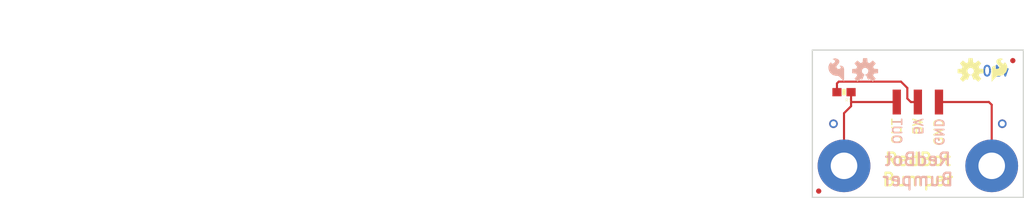
<source format=kicad_pcb>
(kicad_pcb (version 20211014) (generator pcbnew)
  (layers (0 "F.Cu" signal) (1 "In1.Cu" signal) (2 "In2.Cu" signal) (31 "B.Cu" signal) (34 "B.Paste" user) (35 "F.Paste" user) (36 "B.SilkS" user "B.Silkscreen") (37 "F.SilkS" user "F.Silkscreen") (38 "B.Mask" user) (39 "F.Mask" user) (44 "Edge.Cuts" user))
  (net 0 "")
  (net 1 "GND")
  (net 2 "5V")
  (net 3 "OUT")
  (net 4 "N$1")
  (net 5 "N$2")
  (footprint "boardEagle:0603-RES" (layer "F.Cu") (at 139.6111 101.1936 180)
    (fp_text reference "R1" (at -0.889 -0.762 180) (layer "F.SilkS") (effects (font (size 0.373888 0.373888) (thickness 0.032512)) (justify right top)))
    (fp_text value "10K")
    (fp_poly (pts (xy -0.2286 0.381) (xy 0.2286 0.381) (xy 0.2286 -0.381) (xy -0.2286 -0.381)) (layer "F.SilkS") (width 0) (fill solid))
    (pad "1" smd rect (at -0.85 0 180) (size 1.1 1) (layers "F.Cu" "F.Paste" "F.Mask") (net 3 "OUT"))
    (pad "2" smd rect (at 0.85 0 180) (size 1.1 1) (layers "F.Cu" "F.Paste" "F.Mask") (net 2 "5V"))
  )
  (footprint "boardEagle:CREATIVE_COMMONS" (layer "F.Cu") (at 58.3311 98.6536)
    (fp_text reference "FRAME1" hide)
    (fp_text value "FRAME-LETTER" hide)
  )
  (footprint "boardEagle:STANDOFF-ELECTRICAL" (layer "F.Cu") (at 157.3911 110.0836)
    (fp_text reference "S2" hide)
    (fp_text value "STANDOFF_ELECTRICAL" hide)
    (pad "P1" thru_hole circle (at 0 0) (size 6.35 6.35) (drill 3.2) (layers *.Cu *.Mask) (net 1 "GND"))
  )
  (footprint "boardEagle:SFE-LOGO-FLAME" (layer "F.Cu") (at 157.3911 99.9236)
    (fp_text reference "LOGO2" hide)
    (fp_text value "LOGO-SFESK" hide)
    (fp_poly (pts (xy 1.126002 -2.808203) (xy 1.215449 -2.785829) (xy 1.228477 -2.780783) (xy 1.240149 -2.774875) (xy 1.25686 -2.766576) (xy 1.275552 -2.759834) (xy 1.371694 -2.7026) (xy 1.3793 -2.7026) (xy 1.3793 -2.6772) (xy 1.306833 -2.6772) (xy 1.208418 -2.657914) (xy 1.074855 -2.495286) (xy 1.079365 -2.436825) (xy 1.12809 -2.341869) (xy 1.204666 -2.265196) (xy 1.294069 -2.200638) (xy 1.369348 -2.168824) (xy 1.450737 -2.171632) (xy 1.458864 -2.174186) (xy 1.466257 -2.177389) (xy 1.530514 -2.236956) (xy 1.5368 -2.259812) (xy 1.5368 -2.377938) (xy 1.763707 -2.148127) (xy 1.868186 -1.856841) (xy 1.871603 -1.856894) (xy 1.87806 -1.650435) (xy 1.848857 -1.45742) (xy 1.785308 -1.272842) (xy 1.6663 -1.061578) (xy 1.6663 -1.080581) (xy 1.378131 -0.80901) (xy 0.982239 -0.6985) (xy 0.753005 -0.6985) (xy 0.716201 -0.692046) (xy 0.681776 -0.679592) (xy 0.496322 -0.541784) (xy -0.0126 0.03091) (xy -0.0126 -1.52077) (xy 0.060004 -1.761967) (xy 0.168295 -1.865489) (xy 0.307122 -1.917522) (xy 0.4039 -1.925089) (xy 0.499384 -1.917623) (xy 0.55991 -1.908099) (xy 0.557788 -1.884433) (xy 0.522216 -1.885242) (xy 0.501784 -1.876141) (xy 0.420519 -1.817154) (xy 0.400722 -1.79067) (xy 0.390395 -1.7285) (xy 0.400905 -1.665229) (xy 0.421405 -1.625174) (xy 0.452343 -1.592685) (xy 0.546535 -1.54355) (xy 0.652229 -1.531742) (xy 0.742768 -1.550084) (xy 0.82422 -1.589656) (xy 0.92203 -1.754659) (xy 0.907706 -1.848844) (xy 0.850914 -1.930401) (xy 0.584707 -2.263237) (xy 0.561667 -2.510855) (xy 0.627495 -2.621556) (xy 0.629042 -2.623103) (xy 0.778901 -2.74712) (xy 1.032676 -2.817064)) (layer "F.SilkS") (width 0) (fill solid))
  )
  (footprint "boardEagle:OSHW-LOGO-S" (layer "F.Cu") (at 154.8511 98.6536)
    (fp_text reference "LOGO1" hide)
    (fp_text value "OSHW-LOGOS" hide)
    (fp_poly (pts (xy 0.301647 -1.061351) (xy 0.42347 -1.022344) (xy 0.537177 -0.963769) (xy 0.92862 -1.282946) (xy 1.282946 -0.92862) (xy 0.961035 -0.533823) (xy 1.057046 -0.302084) (xy 1.5638 -0.250561) (xy 1.5638 0.250561) (xy 1.057046 0.302084) (xy 0.961035 0.533823) (xy 1.282946 0.92862) (xy 0.92862 1.282946) (xy 0.537177 0.96377) (xy 0.356601 1.056794) (xy 0.088679 0.410073) (xy 0.326262 0.2176) (xy 0.373649 0.121468) (xy 0.392729 0.010339) (xy 0.379464 -0.101634) (xy 0.334947 -0.205229) (xy 0.262842 -0.291918) (xy 0.169087 -0.354561) (xy 0.061406 -0.387999) (xy -0.051342 -0.38948) (xy -0.159868 -0.358881) (xy -0.255234 -0.298724) (xy -0.329589 -0.213962) (xy -0.376813 -0.111569) (xy -0.392176 -0.005767) (xy -0.322923 0.222565) (xy -0.249312 0.303773) (xy 0.091677 0.5081) (xy -0.12929 0.5081) (xy -0.355332 1.053732) (xy -0.506597 0.983577) (xy -0.538922 0.965192) (xy -0.92862 1.282946) (xy -1.282946 0.92862) (xy -0.961035 0.533823) (xy -1.057046 0.302084) (xy -1.5638 0.250561) (xy -1.5638 -0.250561) (xy -1.057046 -0.302084) (xy -0.961035 -0.533823) (xy -1.282946 -0.92862) (xy -0.92862 -1.282946) (xy -0.533823 -0.961035) (xy -0.302084 -1.057046) (xy -0.250561 -1.5638) (xy 0.250561 -1.5638)) (layer "F.SilkS") (width 0) (fill solid))
  )
  (footprint "boardEagle:1X03_SMD_RA_MALE" (layer "F.Cu") (at 148.5011 97.3836 180)
    (fp_text reference "JP1" hide)
    (fp_text value "" hide)
    (pad "1" smd rect (at -2.54 -5 270) (size 3 1) (layers "F.Cu" "F.Paste" "F.Mask") (net 1 "GND"))
    (pad "2" smd rect (at 0 -5 270) (size 3 1) (layers "F.Cu" "F.Paste" "F.Mask") (net 2 "5V"))
    (pad "3" smd rect (at 2.54 -5 270) (size 3 1) (layers "F.Cu" "F.Paste" "F.Mask") (net 3 "OUT"))
  )
  (footprint "boardEagle:MICRO-FIDUCIAL" (layer "F.Cu") (at 159.9311 97.3836)
    (fp_text reference "FID2" hide)
    (fp_text value "FIDUCIALUFIDUCIAL" hide)
    (pad "1" smd roundrect (at 0 0) (size 0.635 0.635) (layers "F.Cu" "F.Mask") (roundrect_rratio 0.5))
  )
  (footprint "boardEagle:MICRO-FIDUCIAL" (layer "F.Cu") (at 136.5631 113.1316)
    (fp_text reference "FID1" hide)
    (fp_text value "FIDUCIALUFIDUCIAL" hide)
    (pad "1" smd roundrect (at 0 0) (size 0.635 0.635) (layers "F.Cu" "F.Mask") (roundrect_rratio 0.5))
  )
  (footprint "boardEagle:STANDOFF-ELECTRICAL" (layer "F.Cu") (at 139.6111 110.0836)
    (fp_text reference "S1" hide)
    (fp_text value "STANDOFF_ELECTRICAL" hide)
    (pad "P1" thru_hole circle (at 0 0) (size 6.35 6.35) (drill 3.2) (layers *.Cu *.Mask) (net 3 "OUT"))
  )
  (footprint "boardEagle:OSHW-LOGO-S" (layer "B.Cu") (at 142.1511 98.6536 180)
    (fp_text reference "LOGO3" hide)
    (fp_text value "OSHW-LOGOS" hide)
    (fp_poly (pts (xy 0.301647 1.061351) (xy 0.42347 1.022344) (xy 0.537177 0.963769) (xy 0.92862 1.282946) (xy 1.282946 0.92862) (xy 0.961035 0.533823) (xy 1.057046 0.302084) (xy 1.5638 0.250561) (xy 1.5638 -0.250561) (xy 1.057046 -0.302084) (xy 0.961035 -0.533823) (xy 1.282946 -0.92862) (xy 0.92862 -1.282946) (xy 0.537177 -0.96377) (xy 0.356601 -1.056794) (xy 0.088679 -0.410073) (xy 0.326262 -0.2176) (xy 0.373649 -0.121468) (xy 0.392729 -0.010339) (xy 0.379464 0.101634) (xy 0.334947 0.205229) (xy 0.262842 0.291918) (xy 0.169087 0.354561) (xy 0.061406 0.387999) (xy -0.051342 0.38948) (xy -0.159868 0.358881) (xy -0.255234 0.298724) (xy -0.329589 0.213962) (xy -0.376813 0.111569) (xy -0.392176 0.005767) (xy -0.322923 -0.222565) (xy -0.249312 -0.303773) (xy 0.091677 -0.5081) (xy -0.12929 -0.5081) (xy -0.355332 -1.053732) (xy -0.506597 -0.983577) (xy -0.538922 -0.965192) (xy -0.92862 -1.282946) (xy -1.282946 -0.92862) (xy -0.961035 -0.533823) (xy -1.057046 -0.302084) (xy -1.5638 -0.250561) (xy -1.5638 0.250561) (xy -1.057046 0.302084) (xy -0.961035 0.533823) (xy -1.282946 0.92862) (xy -0.92862 1.282946) (xy -0.533823 0.961035) (xy -0.302084 1.057046) (xy -0.250561 1.5638) (xy 0.250561 1.5638)) (layer "B.SilkS") (width 0) (fill solid))
  )
  (footprint "boardEagle:SFE-LOGO-FLAME" (layer "B.Cu") (at 139.6111 99.9236 180)
    (fp_text reference "LOGO4" hide)
    (fp_text value "LOGO-SFESK" hide)
    (fp_poly (pts (xy 1.126002 2.808203) (xy 1.215449 2.785829) (xy 1.228477 2.780783) (xy 1.240149 2.774875) (xy 1.25686 2.766576) (xy 1.275552 2.759834) (xy 1.371694 2.7026) (xy 1.3793 2.7026) (xy 1.3793 2.6772) (xy 1.306833 2.6772) (xy 1.208418 2.657914) (xy 1.074855 2.495286) (xy 1.079365 2.436825) (xy 1.12809 2.341869) (xy 1.204666 2.265196) (xy 1.294069 2.200638) (xy 1.369348 2.168824) (xy 1.450737 2.171632) (xy 1.458864 2.174186) (xy 1.466257 2.177389) (xy 1.530514 2.236956) (xy 1.5368 2.259812) (xy 1.5368 2.377938) (xy 1.763707 2.148127) (xy 1.868186 1.856841) (xy 1.871603 1.856894) (xy 1.87806 1.650435) (xy 1.848857 1.45742) (xy 1.785308 1.272842) (xy 1.6663 1.061578) (xy 1.6663 1.080581) (xy 1.378131 0.80901) (xy 0.982239 0.6985) (xy 0.753005 0.6985) (xy 0.716201 0.692046) (xy 0.681776 0.679592) (xy 0.496322 0.541784) (xy -0.0126 -0.03091) (xy -0.0126 1.52077) (xy 0.060004 1.761967) (xy 0.168295 1.865489) (xy 0.307122 1.917522) (xy 0.4039 1.925089) (xy 0.499384 1.917623) (xy 0.55991 1.908099) (xy 0.557788 1.884433) (xy 0.522216 1.885242) (xy 0.501784 1.876141) (xy 0.420519 1.817154) (xy 0.400722 1.79067) (xy 0.390395 1.7285) (xy 0.400905 1.665229) (xy 0.421405 1.625174) (xy 0.452343 1.592685) (xy 0.546535 1.54355) (xy 0.652229 1.531742) (xy 0.742768 1.550084) (xy 0.82422 1.589656) (xy 0.92203 1.754659) (xy 0.907706 1.848844) (xy 0.850914 1.930401) (xy 0.584707 2.263237) (xy 0.561667 2.510855) (xy 0.627495 2.621556) (xy 0.629042 2.623103) (xy 0.778901 2.74712) (xy 1.032676 2.817064)) (layer "B.SilkS") (width 0) (fill solid))
  )
  (gr_line (start 135.8011 96.1136) (end 135.8011 113.8936) (layer "Edge.Cuts") (width 0.1524))
  (gr_line (start 161.2011 96.1136) (end 135.8011 96.1136) (layer "Edge.Cuts") (width 0.1524))
  (gr_line (start 135.8011 113.8936) (end 161.2011 113.8936) (layer "Edge.Cuts") (width 0.1524))
  (gr_line (start 161.2011 113.8936) (end 161.2011 96.1136) (layer "Edge.Cuts") (width 0.1524))
  (gr_text "v10" (at 156.1211 98.6536) (layer "B.Cu") (effects (font (size 1.20904 1.20904) (thickness 0.21336)) (justify right mirror)))
  (gr_text "5V" (at 148.5011 104.2416 -90) (layer "B.SilkS") (effects (font (size 1.0795 1.0795) (thickness 0.1905)) (justify right mirror)))
  (gr_text "RedBot\nBumper" (at 148.5011 112.6236) (layer "B.SilkS") (effects (font (size 1.5113 1.5113) (thickness 0.2667)) (justify bottom mirror)))
  (gr_text "OUT" (at 145.9611 104.2416 -90) (layer "B.SilkS") (effects (font (size 1.0795 1.0795) (thickness 0.1905)) (justify right mirror)))
  (gr_text "GND" (at 151.0411 104.2416 -90) (layer "B.SilkS") (effects (font (size 1.0795 1.0795) (thickness 0.1905)) (justify right mirror)))
  (gr_text "5V" (at 148.5011 104.2416 90) (layer "F.SilkS") (effects (font (size 1.0795 1.0795) (thickness 0.1905)) (justify right)))
  (gr_text "RedBot\nBumper" (at 148.5011 112.6236) (layer "F.SilkS") (effects (font (size 1.5113 1.5113) (thickness 0.2667)) (justify bottom)))
  (gr_text "OUT" (at 145.9611 104.2416 90) (layer "F.SilkS") (effects (font (size 1.0795 1.0795) (thickness 0.1905)) (justify right)))
  (gr_text "GND" (at 151.0411 104.2416 90) (layer "F.SilkS") (effects (font (size 1.0795 1.0795) (thickness 0.1905)) (justify right)))
  (segment (start 151.0411 102.3836) (end 157.0571 102.3836) (width 0.254) (layer "F.Cu") (net 1))
  (segment (start 157.0571 102.3836) (end 157.3911 102.7176) (width 0.254) (layer "F.Cu") (net 1))
  (segment (start 157.3911 102.7176) (end 157.3911 110.0836) (width 0.254) (layer "F.Cu") (net 1))
  (segment (start 147.6591 102.3836) (end 147.2311 101.9556) (width 0.254) (layer "F.Cu") (net 2))
  (segment (start 148.5011 102.3836) (end 147.6591 102.3836) (width 0.254) (layer "F.Cu") (net 2))
  (segment (start 146.4691 99.9236) (end 147.2311 100.6856) (width 0.254) (layer "F.Cu") (net 2))
  (segment (start 147.2311 101.9556) (end 147.2311 100.6856) (width 0.254) (layer "F.Cu") (net 2))
  (segment (start 138.9761 99.9236) (end 146.4691 99.9236) (width 0.254) (layer "F.Cu") (net 2))
  (segment (start 138.7611 100.1386) (end 138.9761 99.9236) (width 0.254) (layer "F.Cu") (net 2))
  (segment (start 138.7611 101.1936) (end 138.7611 100.1386) (width 0.254) (layer "F.Cu") (net 2))
  (segment (start 140.5411 102.3836) (end 140.4611 102.4636) (width 0.1524) (layer "F.Cu") (net 3))
  (segment (start 145.9611 102.3836) (end 140.5411 102.3836) (width 0.254) (layer "F.Cu") (net 3))
  (segment (start 139.6111 103.7336) (end 139.6111 110.0836) (width 0.254) (layer "F.Cu") (net 3))
  (segment (start 140.4611 102.4636) (end 140.4611 102.8836) (width 0.254) (layer "F.Cu") (net 3))
  (segment (start 140.4611 102.8836) (end 139.6111 103.7336) (width 0.254) (layer "F.Cu") (net 3))
  (segment (start 140.4611 101.1936) (end 140.4611 102.4636) (width 0.254) (layer "F.Cu") (net 3))
  (via (at 138.3411 105.0036) (size 1.0414) (drill 0.635) (layers "F.Cu" "B.Cu") (net 4))
  (via (at 158.6611 105.0036) (size 1.0414) (drill 0.635) (layers "F.Cu" "B.Cu") (net 5))
)
</source>
